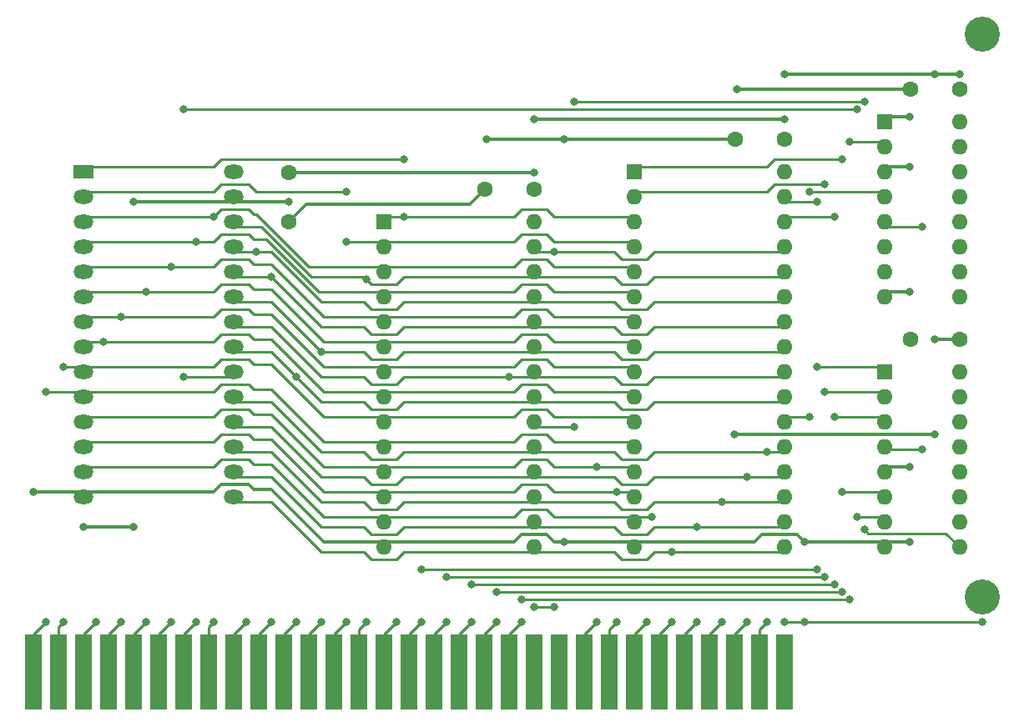
<source format=gbr>
G04 #@! TF.GenerationSoftware,KiCad,Pcbnew,(5.1.8)-1*
G04 #@! TF.CreationDate,2021-11-26T20:45:30-07:00*
G04 #@! TF.ProjectId,512k,3531326b-2e6b-4696-9361-645f70636258,rev?*
G04 #@! TF.SameCoordinates,Original*
G04 #@! TF.FileFunction,Copper,L1,Top*
G04 #@! TF.FilePolarity,Positive*
%FSLAX46Y46*%
G04 Gerber Fmt 4.6, Leading zero omitted, Abs format (unit mm)*
G04 Created by KiCad (PCBNEW (5.1.8)-1) date 2021-11-26 20:45:30*
%MOMM*%
%LPD*%
G01*
G04 APERTURE LIST*
G04 #@! TA.AperFunction,ComponentPad*
%ADD10C,3.556000*%
G04 #@! TD*
G04 #@! TA.AperFunction,ComponentPad*
%ADD11O,1.600000X1.600000*%
G04 #@! TD*
G04 #@! TA.AperFunction,ComponentPad*
%ADD12R,1.600000X1.600000*%
G04 #@! TD*
G04 #@! TA.AperFunction,ComponentPad*
%ADD13C,1.600000*%
G04 #@! TD*
G04 #@! TA.AperFunction,ComponentPad*
%ADD14O,2.000000X1.440000*%
G04 #@! TD*
G04 #@! TA.AperFunction,ComponentPad*
%ADD15R,2.000000X1.440000*%
G04 #@! TD*
G04 #@! TA.AperFunction,ConnectorPad*
%ADD16R,1.780000X7.620000*%
G04 #@! TD*
G04 #@! TA.AperFunction,ViaPad*
%ADD17C,0.800000*%
G04 #@! TD*
G04 #@! TA.AperFunction,Conductor*
%ADD18C,0.330200*%
G04 #@! TD*
G04 #@! TA.AperFunction,Conductor*
%ADD19C,0.250000*%
G04 #@! TD*
G04 APERTURE END LIST*
D10*
G04 #@! TO.P,R,1*
G04 #@! TO.N,/GND*
X181602380Y-122148600D03*
G04 #@! TD*
G04 #@! TO.P,R,1*
G04 #@! TO.N,N/C*
X181602380Y-64998600D03*
G04 #@! TD*
D11*
G04 #@! TO.P,U5,16*
G04 #@! TO.N,/5+*
X179316380Y-99288600D03*
G04 #@! TO.P,U5,8*
G04 #@! TO.N,/GND*
X171696380Y-117068600D03*
G04 #@! TO.P,U5,15*
G04 #@! TO.N,Net-(U5-Pad15)*
X179316380Y-101828600D03*
G04 #@! TO.P,U5,7*
G04 #@! TO.N,/32K_ROM_CS*
X171696380Y-114528600D03*
G04 #@! TO.P,U5,14*
G04 #@! TO.N,Net-(U5-Pad14)*
X179316380Y-104368600D03*
G04 #@! TO.P,U5,6*
G04 #@! TO.N,/A18*
X171696380Y-111988600D03*
G04 #@! TO.P,U5,13*
G04 #@! TO.N,Net-(U5-Pad13)*
X179316380Y-106908600D03*
G04 #@! TO.P,U5,5*
G04 #@! TO.N,/GND*
X171696380Y-109448600D03*
G04 #@! TO.P,U5,12*
G04 #@! TO.N,Net-(U5-Pad12)*
X179316380Y-109448600D03*
G04 #@! TO.P,U5,4*
G04 #@! TO.N,/UPPER_512K*
X171696380Y-106908600D03*
G04 #@! TO.P,U5,11*
G04 #@! TO.N,Net-(U5-Pad11)*
X179316380Y-111988600D03*
G04 #@! TO.P,U5,3*
G04 #@! TO.N,/A17*
X171696380Y-104368600D03*
G04 #@! TO.P,U5,10*
G04 #@! TO.N,Net-(U5-Pad10)*
X179316380Y-114528600D03*
G04 #@! TO.P,U5,2*
G04 #@! TO.N,/A16*
X171696380Y-101828600D03*
G04 #@! TO.P,U5,9*
G04 #@! TO.N,/32K_RAM_CS*
X179316380Y-117068600D03*
D12*
G04 #@! TO.P,U5,1*
G04 #@! TO.N,/A15*
X171696380Y-99288600D03*
G04 #@! TD*
D11*
G04 #@! TO.P,U4,16*
G04 #@! TO.N,/5+*
X179316380Y-73888600D03*
G04 #@! TO.P,U4,8*
G04 #@! TO.N,/GND*
X171696380Y-91668600D03*
G04 #@! TO.P,U4,15*
G04 #@! TO.N,N/C*
X179316380Y-76428600D03*
G04 #@! TO.P,U4,7*
G04 #@! TO.N,Net-(U4-Pad7)*
X171696380Y-89128600D03*
G04 #@! TO.P,U4,14*
G04 #@! TO.N,N/C*
X179316380Y-78968600D03*
G04 #@! TO.P,U4,6*
G04 #@! TO.N,Net-(U4-Pad6)*
X171696380Y-86588600D03*
G04 #@! TO.P,U4,13*
G04 #@! TO.N,N/C*
X179316380Y-81508600D03*
G04 #@! TO.P,U4,5*
G04 #@! TO.N,/UPPER_512K*
X171696380Y-84048600D03*
G04 #@! TO.P,U4,12*
G04 #@! TO.N,N/C*
X179316380Y-84048600D03*
G04 #@! TO.P,U4,4*
G04 #@! TO.N,/512K_CS*
X171696380Y-81508600D03*
G04 #@! TO.P,U4,11*
G04 #@! TO.N,N/C*
X179316380Y-86588600D03*
G04 #@! TO.P,U4,3*
G04 #@! TO.N,/GND*
X171696380Y-78968600D03*
G04 #@! TO.P,U4,10*
G04 #@! TO.N,N/C*
X179316380Y-89128600D03*
G04 #@! TO.P,U4,2*
G04 #@! TO.N,/A19*
X171696380Y-76428600D03*
G04 #@! TO.P,U4,9*
G04 #@! TO.N,N/C*
X179316380Y-91668600D03*
D12*
G04 #@! TO.P,U4,1*
G04 #@! TO.N,/GND*
X171696380Y-73888600D03*
G04 #@! TD*
D13*
G04 #@! TO.P,C5,2*
G04 #@! TO.N,/5+*
X179316380Y-95986600D03*
G04 #@! TO.P,C5,1*
G04 #@! TO.N,/GND*
X174316380Y-95986600D03*
G04 #@! TD*
G04 #@! TO.P,C4,2*
G04 #@! TO.N,/5+*
X179316380Y-70586600D03*
G04 #@! TO.P,C4,1*
G04 #@! TO.N,/GND*
X174316380Y-70586600D03*
G04 #@! TD*
G04 #@! TO.P,C3,2*
G04 #@! TO.N,/5+*
X161536380Y-75666600D03*
G04 #@! TO.P,C3,1*
G04 #@! TO.N,/GND*
X156536380Y-75666600D03*
G04 #@! TD*
G04 #@! TO.P,C2,2*
G04 #@! TO.N,/5+*
X136136380Y-80746600D03*
G04 #@! TO.P,C2,1*
G04 #@! TO.N,/GND*
X131136380Y-80746600D03*
G04 #@! TD*
D14*
G04 #@! TO.P,U2,15*
G04 #@! TO.N,/D3*
X105656380Y-111988600D03*
G04 #@! TO.P,U2,14*
G04 #@! TO.N,/GND*
X90416380Y-111988600D03*
G04 #@! TO.P,U2,16*
G04 #@! TO.N,/D4*
X105656380Y-109448600D03*
G04 #@! TO.P,U2,13*
G04 #@! TO.N,/D2*
X90416380Y-109448600D03*
G04 #@! TO.P,U2,17*
G04 #@! TO.N,/D5*
X105656380Y-106908600D03*
G04 #@! TO.P,U2,12*
G04 #@! TO.N,/D1*
X90416380Y-106908600D03*
G04 #@! TO.P,U2,18*
G04 #@! TO.N,/D6*
X105656380Y-104368600D03*
G04 #@! TO.P,U2,11*
G04 #@! TO.N,/D0*
X90416380Y-104368600D03*
G04 #@! TO.P,U2,19*
G04 #@! TO.N,/D7*
X105656380Y-101828600D03*
G04 #@! TO.P,U2,10*
G04 #@! TO.N,/A0*
X90416380Y-101828600D03*
G04 #@! TO.P,U2,20*
G04 #@! TO.N,/32K_ROM_CS*
X105656380Y-99288600D03*
G04 #@! TO.P,U2,9*
G04 #@! TO.N,/A1*
X90416380Y-99288600D03*
G04 #@! TO.P,U2,21*
G04 #@! TO.N,/A10*
X105656380Y-96748600D03*
G04 #@! TO.P,U2,8*
G04 #@! TO.N,/A2*
X90416380Y-96748600D03*
G04 #@! TO.P,U2,22*
G04 #@! TO.N,/MRD*
X105656380Y-94208600D03*
G04 #@! TO.P,U2,7*
G04 #@! TO.N,/A3*
X90416380Y-94208600D03*
G04 #@! TO.P,U2,23*
G04 #@! TO.N,/A11*
X105656380Y-91668600D03*
G04 #@! TO.P,U2,6*
G04 #@! TO.N,/A4*
X90416380Y-91668600D03*
G04 #@! TO.P,U2,24*
G04 #@! TO.N,/A9*
X105656380Y-89128600D03*
G04 #@! TO.P,U2,5*
G04 #@! TO.N,/A5*
X90416380Y-89128600D03*
G04 #@! TO.P,U2,25*
G04 #@! TO.N,/A8*
X105656380Y-86588600D03*
G04 #@! TO.P,U2,4*
G04 #@! TO.N,/A6*
X90416380Y-86588600D03*
G04 #@! TO.P,U2,26*
G04 #@! TO.N,/A13*
X105656380Y-84048600D03*
G04 #@! TO.P,U2,3*
G04 #@! TO.N,/A7*
X90416380Y-84048600D03*
G04 #@! TO.P,U2,27*
G04 #@! TO.N,/5+*
X105656380Y-81508600D03*
G04 #@! TO.P,U2,2*
G04 #@! TO.N,/A12*
X90416380Y-81508600D03*
G04 #@! TO.P,U2,28*
G04 #@! TO.N,/5+*
X105656380Y-78968600D03*
D15*
G04 #@! TO.P,U2,1*
G04 #@! TO.N,/A14*
X90416380Y-78968600D03*
G04 #@! TD*
D11*
G04 #@! TO.P,U1,28*
G04 #@! TO.N,/5+*
X136136380Y-84048600D03*
G04 #@! TO.P,U1,14*
G04 #@! TO.N,/GND*
X120896380Y-117068600D03*
G04 #@! TO.P,U1,27*
G04 #@! TO.N,/MWR*
X136136380Y-86588600D03*
G04 #@! TO.P,U1,13*
G04 #@! TO.N,/D2*
X120896380Y-114528600D03*
G04 #@! TO.P,U1,26*
G04 #@! TO.N,/A13*
X136136380Y-89128600D03*
G04 #@! TO.P,U1,12*
G04 #@! TO.N,/D1*
X120896380Y-111988600D03*
G04 #@! TO.P,U1,25*
G04 #@! TO.N,/A8*
X136136380Y-91668600D03*
G04 #@! TO.P,U1,11*
G04 #@! TO.N,/D0*
X120896380Y-109448600D03*
G04 #@! TO.P,U1,24*
G04 #@! TO.N,/A9*
X136136380Y-94208600D03*
G04 #@! TO.P,U1,10*
G04 #@! TO.N,/A0*
X120896380Y-106908600D03*
G04 #@! TO.P,U1,23*
G04 #@! TO.N,/A11*
X136136380Y-96748600D03*
G04 #@! TO.P,U1,9*
G04 #@! TO.N,/A1*
X120896380Y-104368600D03*
G04 #@! TO.P,U1,22*
G04 #@! TO.N,/MRD*
X136136380Y-99288600D03*
G04 #@! TO.P,U1,8*
G04 #@! TO.N,/A2*
X120896380Y-101828600D03*
G04 #@! TO.P,U1,21*
G04 #@! TO.N,/A10*
X136136380Y-101828600D03*
G04 #@! TO.P,U1,7*
G04 #@! TO.N,/A3*
X120896380Y-99288600D03*
G04 #@! TO.P,U1,20*
G04 #@! TO.N,/32K_RAM_CS*
X136136380Y-104368600D03*
G04 #@! TO.P,U1,6*
G04 #@! TO.N,/A4*
X120896380Y-96748600D03*
G04 #@! TO.P,U1,19*
G04 #@! TO.N,/D7*
X136136380Y-106908600D03*
G04 #@! TO.P,U1,5*
G04 #@! TO.N,/A5*
X120896380Y-94208600D03*
G04 #@! TO.P,U1,18*
G04 #@! TO.N,/D6*
X136136380Y-109448600D03*
G04 #@! TO.P,U1,4*
G04 #@! TO.N,/A6*
X120896380Y-91668600D03*
G04 #@! TO.P,U1,17*
G04 #@! TO.N,/D5*
X136136380Y-111988600D03*
G04 #@! TO.P,U1,3*
G04 #@! TO.N,/A7*
X120896380Y-89128600D03*
G04 #@! TO.P,U1,16*
G04 #@! TO.N,/D4*
X136136380Y-114528600D03*
G04 #@! TO.P,U1,2*
G04 #@! TO.N,/A12*
X120896380Y-86588600D03*
G04 #@! TO.P,U1,15*
G04 #@! TO.N,/D3*
X136136380Y-117068600D03*
D12*
G04 #@! TO.P,U1,1*
G04 #@! TO.N,/A14*
X120896380Y-84048600D03*
G04 #@! TD*
D16*
G04 #@! TO.P,J9,62*
G04 #@! TO.N,/A0*
X85336380Y-129768600D03*
G04 #@! TO.P,J9,61*
G04 #@! TO.N,/A1*
X87876380Y-129768600D03*
G04 #@! TO.P,J9,60*
G04 #@! TO.N,/A2*
X90416380Y-129768600D03*
G04 #@! TO.P,J9,59*
G04 #@! TO.N,/A3*
X92956380Y-129768600D03*
G04 #@! TO.P,J9,58*
G04 #@! TO.N,/A4*
X95496380Y-129768600D03*
G04 #@! TO.P,J9,57*
G04 #@! TO.N,/A5*
X98036380Y-129768600D03*
G04 #@! TO.P,J9,56*
G04 #@! TO.N,/A6*
X100576380Y-129768600D03*
G04 #@! TO.P,J9,55*
G04 #@! TO.N,/A7*
X103116380Y-129768600D03*
G04 #@! TO.P,J9,54*
G04 #@! TO.N,/A8*
X105656380Y-129768600D03*
G04 #@! TO.P,J9,53*
G04 #@! TO.N,/A9*
X108196380Y-129768600D03*
G04 #@! TO.P,J9,52*
G04 #@! TO.N,/A10*
X110736380Y-129768600D03*
G04 #@! TO.P,J9,51*
G04 #@! TO.N,/A11*
X113276380Y-129768600D03*
G04 #@! TO.P,J9,50*
G04 #@! TO.N,/A12*
X115816380Y-129768600D03*
G04 #@! TO.P,J9,49*
G04 #@! TO.N,/A13*
X118356380Y-129768600D03*
G04 #@! TO.P,J9,48*
G04 #@! TO.N,/A14*
X120896380Y-129768600D03*
G04 #@! TO.P,J9,47*
G04 #@! TO.N,/A15*
X123436380Y-129768600D03*
G04 #@! TO.P,J9,46*
G04 #@! TO.N,/A16*
X125976380Y-129768600D03*
G04 #@! TO.P,J9,45*
G04 #@! TO.N,/A17*
X128516380Y-129768600D03*
G04 #@! TO.P,J9,44*
G04 #@! TO.N,/A18*
X131056380Y-129768600D03*
G04 #@! TO.P,J9,43*
G04 #@! TO.N,/A19*
X133596380Y-129768600D03*
G04 #@! TO.P,J9,42*
G04 #@! TO.N,/AEN*
X136136380Y-129768600D03*
G04 #@! TO.P,J9,41*
G04 #@! TO.N,/RDY1*
X138676380Y-129768600D03*
G04 #@! TO.P,J9,40*
G04 #@! TO.N,/D0*
X141216380Y-129768600D03*
G04 #@! TO.P,J9,39*
G04 #@! TO.N,/D1*
X143756380Y-129768600D03*
G04 #@! TO.P,J9,38*
G04 #@! TO.N,/D2*
X146296380Y-129768600D03*
G04 #@! TO.P,J9,37*
G04 #@! TO.N,/D3*
X148836380Y-129768600D03*
G04 #@! TO.P,J9,36*
G04 #@! TO.N,/D4*
X151376380Y-129768600D03*
G04 #@! TO.P,J9,35*
G04 #@! TO.N,/D5*
X153916380Y-129768600D03*
G04 #@! TO.P,J9,34*
G04 #@! TO.N,/D6*
X156456380Y-129768600D03*
G04 #@! TO.P,J9,33*
G04 #@! TO.N,/D7*
X158996380Y-129768600D03*
G04 #@! TO.P,J9,32*
G04 #@! TO.N,/CH_CK*
X161536380Y-129768600D03*
G04 #@! TD*
D13*
G04 #@! TO.P,C1,2*
G04 #@! TO.N,/5+*
X111244380Y-79048600D03*
G04 #@! TO.P,C1,1*
G04 #@! TO.N,/GND*
X111244380Y-84048600D03*
G04 #@! TD*
D11*
G04 #@! TO.P,U3,32*
G04 #@! TO.N,/5+*
X161536380Y-78968600D03*
G04 #@! TO.P,U3,16*
G04 #@! TO.N,/GND*
X146296380Y-117068600D03*
G04 #@! TO.P,U3,31*
G04 #@! TO.N,/A15*
X161536380Y-81508600D03*
G04 #@! TO.P,U3,15*
G04 #@! TO.N,/D2*
X146296380Y-114528600D03*
G04 #@! TO.P,U3,30*
G04 #@! TO.N,/A17*
X161536380Y-84048600D03*
G04 #@! TO.P,U3,14*
G04 #@! TO.N,/D1*
X146296380Y-111988600D03*
G04 #@! TO.P,U3,29*
G04 #@! TO.N,/MWR*
X161536380Y-86588600D03*
G04 #@! TO.P,U3,13*
G04 #@! TO.N,/D0*
X146296380Y-109448600D03*
G04 #@! TO.P,U3,28*
G04 #@! TO.N,/A13*
X161536380Y-89128600D03*
G04 #@! TO.P,U3,12*
G04 #@! TO.N,/A0*
X146296380Y-106908600D03*
G04 #@! TO.P,U3,27*
G04 #@! TO.N,/A8*
X161536380Y-91668600D03*
G04 #@! TO.P,U3,11*
G04 #@! TO.N,/A1*
X146296380Y-104368600D03*
G04 #@! TO.P,U3,26*
G04 #@! TO.N,/A9*
X161536380Y-94208600D03*
G04 #@! TO.P,U3,10*
G04 #@! TO.N,/A2*
X146296380Y-101828600D03*
G04 #@! TO.P,U3,25*
G04 #@! TO.N,/A11*
X161536380Y-96748600D03*
G04 #@! TO.P,U3,9*
G04 #@! TO.N,/A3*
X146296380Y-99288600D03*
G04 #@! TO.P,U3,24*
G04 #@! TO.N,/MRD*
X161536380Y-99288600D03*
G04 #@! TO.P,U3,8*
G04 #@! TO.N,/A4*
X146296380Y-96748600D03*
G04 #@! TO.P,U3,23*
G04 #@! TO.N,/A10*
X161536380Y-101828600D03*
G04 #@! TO.P,U3,7*
G04 #@! TO.N,/A5*
X146296380Y-94208600D03*
G04 #@! TO.P,U3,22*
G04 #@! TO.N,/512K_CS*
X161536380Y-104368600D03*
G04 #@! TO.P,U3,6*
G04 #@! TO.N,/A6*
X146296380Y-91668600D03*
G04 #@! TO.P,U3,21*
G04 #@! TO.N,/D7*
X161536380Y-106908600D03*
G04 #@! TO.P,U3,5*
G04 #@! TO.N,/A7*
X146296380Y-89128600D03*
G04 #@! TO.P,U3,20*
G04 #@! TO.N,/D6*
X161536380Y-109448600D03*
G04 #@! TO.P,U3,4*
G04 #@! TO.N,/A12*
X146296380Y-86588600D03*
G04 #@! TO.P,U3,19*
G04 #@! TO.N,/D5*
X161536380Y-111988600D03*
G04 #@! TO.P,U3,3*
G04 #@! TO.N,/A14*
X146296380Y-84048600D03*
G04 #@! TO.P,U3,18*
G04 #@! TO.N,/D4*
X161536380Y-114528600D03*
G04 #@! TO.P,U3,2*
G04 #@! TO.N,/A16*
X146296380Y-81508600D03*
G04 #@! TO.P,U3,17*
G04 #@! TO.N,/D3*
X161536380Y-117068600D03*
D12*
G04 #@! TO.P,U3,1*
G04 #@! TO.N,/A18*
X146296380Y-78968600D03*
G04 #@! TD*
D17*
G04 #@! TO.N,/5+*
X161536380Y-69062600D03*
X161536380Y-73634600D03*
X136136380Y-73634600D03*
X136136380Y-79048600D03*
X111244380Y-82016600D03*
X179316380Y-69062600D03*
X176776380Y-69062600D03*
X176776380Y-95986600D03*
X90416380Y-115036600D03*
X95496380Y-115036600D03*
X95496380Y-82016600D03*
X156456380Y-105638600D03*
X176776380Y-105638600D03*
G04 #@! TO.N,/GND*
X85336380Y-111480600D03*
X139184380Y-116560600D03*
X161536380Y-124688600D03*
X163568380Y-124688600D03*
X181602380Y-124688600D03*
X174236380Y-116560600D03*
X174236380Y-108940600D03*
X174236380Y-78460600D03*
X174236380Y-91160600D03*
X131310380Y-75666600D03*
X156710380Y-70586600D03*
X174236380Y-73380600D03*
X139184380Y-75666600D03*
X163568380Y-116560600D03*
G04 #@! TO.N,/D7*
X159758380Y-107416600D03*
X159758380Y-124688608D03*
G04 #@! TO.N,/D6*
X157726380Y-124688600D03*
X157726380Y-109956600D03*
G04 #@! TO.N,/D5*
X155186380Y-124688600D03*
X155186380Y-112496600D03*
G04 #@! TO.N,/D4*
X152646380Y-124688600D03*
X152646380Y-115036600D03*
G04 #@! TO.N,/D3*
X150106380Y-124688600D03*
X150106380Y-117576600D03*
G04 #@! TO.N,/D2*
X147566380Y-124688600D03*
X148074380Y-114020600D03*
G04 #@! TO.N,/D1*
X144518380Y-124688600D03*
X144518380Y-111480600D03*
G04 #@! TO.N,/D0*
X142486380Y-124688600D03*
X142486380Y-108940600D03*
G04 #@! TO.N,/A19*
X134866380Y-124688600D03*
X134866380Y-122402600D03*
X168140380Y-122402600D03*
X168140380Y-75920600D03*
G04 #@! TO.N,/A18*
X132326380Y-124688600D03*
X132326380Y-121640600D03*
X167378380Y-121640600D03*
X167378380Y-111480600D03*
X167378380Y-77698600D03*
G04 #@! TO.N,/A17*
X129786380Y-124688600D03*
X129786380Y-120878600D03*
X166616380Y-120878622D03*
X166616380Y-103860600D03*
X166616380Y-83540600D03*
G04 #@! TO.N,/A16*
X127246380Y-124688600D03*
X127246380Y-120116600D03*
X165600380Y-120116600D03*
X165600380Y-101320600D03*
X165600380Y-80238600D03*
G04 #@! TO.N,/A15*
X124706380Y-124688600D03*
X124706380Y-119354600D03*
X164838380Y-119354600D03*
X164838380Y-98780600D03*
X164838380Y-82016600D03*
G04 #@! TO.N,/A14*
X122166380Y-124688600D03*
X122928380Y-83540600D03*
X122928380Y-77698600D03*
G04 #@! TO.N,/A13*
X119118380Y-124688600D03*
X119118380Y-89890600D03*
G04 #@! TO.N,/A12*
X117086380Y-124688600D03*
X117086380Y-86080600D03*
X117086380Y-81000600D03*
G04 #@! TO.N,/A11*
X114546380Y-124688600D03*
X114546380Y-97256600D03*
G04 #@! TO.N,/A10*
X112006380Y-124688600D03*
X112006380Y-99796600D03*
G04 #@! TO.N,/A9*
X109466380Y-124688600D03*
X109466380Y-89636600D03*
G04 #@! TO.N,/A8*
X106926380Y-124688600D03*
X107942380Y-87096600D03*
G04 #@! TO.N,/A7*
X103624380Y-83540600D03*
X103624380Y-124688600D03*
G04 #@! TO.N,/A6*
X101846380Y-124688600D03*
X101846380Y-86080600D03*
G04 #@! TO.N,/A5*
X99306380Y-124688600D03*
X99306380Y-88620600D03*
G04 #@! TO.N,/A4*
X96766380Y-124688600D03*
X96766380Y-91160600D03*
G04 #@! TO.N,/A3*
X94226380Y-124688600D03*
X94226380Y-93700600D03*
G04 #@! TO.N,/A2*
X91686380Y-124688600D03*
X92448380Y-96240600D03*
G04 #@! TO.N,/A1*
X88384380Y-124688600D03*
X88384380Y-98780600D03*
G04 #@! TO.N,/A0*
X86606380Y-124688600D03*
X86606380Y-101320600D03*
G04 #@! TO.N,/MWR*
X136136380Y-123164600D03*
X138168380Y-123164600D03*
X138168380Y-87096600D03*
G04 #@! TO.N,/MRD*
X133596380Y-99796600D03*
G04 #@! TO.N,/32K_RAM_CS*
X169664380Y-115290600D03*
X140200380Y-104876600D03*
X140200380Y-71856600D03*
X169664380Y-71856600D03*
G04 #@! TO.N,/32K_ROM_CS*
X168902380Y-114020600D03*
X168902380Y-72618600D03*
X100576380Y-99796600D03*
X100576380Y-72618600D03*
G04 #@! TO.N,/512K_CS*
X164076380Y-103860600D03*
X164076380Y-81000600D03*
G04 #@! TO.N,/UPPER_512K*
X175506380Y-84556600D03*
X175506380Y-107162600D03*
G04 #@! TD*
D18*
G04 #@! TO.N,/5+*
X161536380Y-69062600D02*
X161536380Y-69062600D01*
X161536380Y-69062600D02*
X176776380Y-69062600D01*
X161536380Y-73634600D02*
X161536380Y-73634600D01*
X136136380Y-73634600D02*
X136136380Y-73634600D01*
X111244380Y-79048600D02*
X136136380Y-79048600D01*
X136136380Y-73634600D02*
X161536380Y-73634600D01*
X136136380Y-79048600D02*
X136136380Y-79048600D01*
X106164380Y-82016600D02*
X105656380Y-81508600D01*
X111244380Y-82016600D02*
X106164380Y-82016600D01*
X179316380Y-69062600D02*
X179316380Y-69062600D01*
X176776380Y-69062600D02*
X179316380Y-69062600D01*
X179316380Y-95986600D02*
X176776380Y-95986600D01*
X90416380Y-115036600D02*
X95496380Y-115036600D01*
X95496380Y-115036600D02*
X95496380Y-115036600D01*
X105148380Y-82016600D02*
X105656380Y-81508600D01*
X95496380Y-82016600D02*
X105148380Y-82016600D01*
X156456380Y-105638600D02*
X176776380Y-105638600D01*
G04 #@! TO.N,/GND*
X90924380Y-111480600D02*
X103624380Y-111480600D01*
X103624380Y-111480600D02*
X104386380Y-110718600D01*
X114800380Y-116560600D02*
X120388380Y-116560600D01*
X107180380Y-110718600D02*
X107688380Y-111226600D01*
X90416380Y-111988600D02*
X90924380Y-111480600D01*
X104386380Y-110718600D02*
X107180380Y-110718600D01*
X120388380Y-116560600D02*
X120896380Y-117068600D01*
X145788380Y-116560600D02*
X146296380Y-117068600D01*
X109466380Y-111226600D02*
X114800380Y-116560600D01*
X107688380Y-111226600D02*
X109466380Y-111226600D01*
X121404380Y-116560600D02*
X134104380Y-116560600D01*
X120896380Y-117068600D02*
X121404380Y-116560600D01*
X138168380Y-116560600D02*
X145788380Y-116560600D01*
X134104380Y-116560600D02*
X134866380Y-115798600D01*
X137406380Y-115798600D02*
X138168380Y-116560600D01*
X134866380Y-115798600D02*
X137406380Y-115798600D01*
X89908380Y-111480600D02*
X90416380Y-111988600D01*
X85336380Y-111480600D02*
X89908380Y-111480600D01*
X171188380Y-116560600D02*
X171696380Y-117068600D01*
X159250380Y-115798600D02*
X162806380Y-115798600D01*
X162806380Y-115798600D02*
X163568380Y-116560600D01*
X158488380Y-116560600D02*
X159250380Y-115798600D01*
X146804380Y-116560600D02*
X158488380Y-116560600D01*
X163568380Y-116560600D02*
X163568380Y-116560600D01*
X146296380Y-117068600D02*
X146804380Y-116560600D01*
D19*
X161536380Y-124688600D02*
X163568380Y-124688600D01*
X163568380Y-124688600D02*
X181602380Y-124688600D01*
X181602380Y-124688600D02*
X181602380Y-124688600D01*
D18*
X172204380Y-116560600D02*
X171696380Y-117068600D01*
X174236380Y-116560600D02*
X172204380Y-116560600D01*
X172204380Y-108940600D02*
X171696380Y-109448600D01*
X174236380Y-108940600D02*
X172204380Y-108940600D01*
X172204380Y-91160600D02*
X171696380Y-91668600D01*
X174236380Y-91160600D02*
X172204380Y-91160600D01*
X172204380Y-78460600D02*
X171696380Y-78968600D01*
X174236380Y-78460600D02*
X172204380Y-78460600D01*
X129612380Y-82270600D02*
X131136380Y-80746600D01*
X113022380Y-82270600D02*
X129612380Y-82270600D01*
X111244380Y-84048600D02*
X113022380Y-82270600D01*
X156536380Y-75666600D02*
X131310380Y-75666600D01*
X131310380Y-75666600D02*
X131310380Y-75666600D01*
X174316380Y-70586600D02*
X156710380Y-70586600D01*
X156710380Y-70586600D02*
X156710380Y-70586600D01*
X172204380Y-73380600D02*
X171696380Y-73888600D01*
X174236380Y-73380600D02*
X172204380Y-73380600D01*
X163568380Y-116560600D02*
X171188380Y-116560600D01*
D19*
G04 #@! TO.N,/D7*
X144264380Y-107416600D02*
X136644380Y-107416600D01*
X145026380Y-108178600D02*
X144264380Y-107416600D01*
X136644380Y-107416600D02*
X136136380Y-106908600D01*
X161028380Y-107416600D02*
X148328380Y-107416600D01*
X161536380Y-106908600D02*
X161028380Y-107416600D01*
X148328380Y-107416600D02*
X147566380Y-108178600D01*
X147566380Y-108178600D02*
X145026380Y-108178600D01*
X109466380Y-102336600D02*
X106164380Y-102336600D01*
X114546380Y-107416600D02*
X109466380Y-102336600D01*
X118864380Y-107416600D02*
X114546380Y-107416600D01*
X119626380Y-108178600D02*
X118864380Y-107416600D01*
X106164380Y-102336600D02*
X105656380Y-101828600D01*
X122166380Y-108178600D02*
X119626380Y-108178600D01*
X122928380Y-107416600D02*
X122166380Y-108178600D01*
X135628380Y-107416600D02*
X122928380Y-107416600D01*
X136136380Y-106908600D02*
X135628380Y-107416600D01*
X158996380Y-129768600D02*
X158996380Y-125450608D01*
X158996380Y-125450608D02*
X159758380Y-124688608D01*
G04 #@! TO.N,/D6*
X144264380Y-109956600D02*
X136644380Y-109956600D01*
X161536380Y-109448600D02*
X161028380Y-109956600D01*
X136644380Y-109956600D02*
X136136380Y-109448600D01*
X147566380Y-110718600D02*
X145026380Y-110718600D01*
X148328380Y-109956600D02*
X147566380Y-110718600D01*
X161028380Y-109956600D02*
X148328380Y-109956600D01*
X145026380Y-110718600D02*
X144264380Y-109956600D01*
X106164380Y-104876600D02*
X105656380Y-104368600D01*
X109466380Y-104876600D02*
X106164380Y-104876600D01*
X118864380Y-109956600D02*
X114546380Y-109956600D01*
X114546380Y-109956600D02*
X109466380Y-104876600D01*
X119626380Y-110718600D02*
X118864380Y-109956600D01*
X122166380Y-110718600D02*
X119626380Y-110718600D01*
X135628380Y-109956600D02*
X122928380Y-109956600D01*
X122928380Y-109956600D02*
X122166380Y-110718600D01*
X136136380Y-109448600D02*
X135628380Y-109956600D01*
X156456380Y-125958600D02*
X157726380Y-124688600D01*
X156456380Y-129768600D02*
X156456380Y-125958600D01*
G04 #@! TO.N,/D5*
X144264380Y-112496600D02*
X136644380Y-112496600D01*
X147566380Y-113258600D02*
X145026380Y-113258600D01*
X136644380Y-112496600D02*
X136136380Y-111988600D01*
X145026380Y-113258600D02*
X144264380Y-112496600D01*
X161028380Y-112496600D02*
X148328380Y-112496600D01*
X148328380Y-112496600D02*
X147566380Y-113258600D01*
X161536380Y-111988600D02*
X161028380Y-112496600D01*
X106164380Y-107416600D02*
X105656380Y-106908600D01*
X109466380Y-107416600D02*
X106164380Y-107416600D01*
X114546380Y-112496600D02*
X109466380Y-107416600D01*
X118864380Y-112496600D02*
X114546380Y-112496600D01*
X119626380Y-113258600D02*
X118864380Y-112496600D01*
X122166380Y-113258600D02*
X119626380Y-113258600D01*
X122928380Y-112496600D02*
X122166380Y-113258600D01*
X135628380Y-112496600D02*
X122928380Y-112496600D01*
X136136380Y-111988600D02*
X135628380Y-112496600D01*
X153916380Y-125958600D02*
X155186380Y-124688600D01*
X153916380Y-129768600D02*
X153916380Y-125958600D01*
G04 #@! TO.N,/D4*
X148328380Y-115036600D02*
X147566380Y-115798600D01*
X144264380Y-115036600D02*
X136644380Y-115036600D01*
X161536380Y-114528600D02*
X161028380Y-115036600D01*
X147566380Y-115798600D02*
X145026380Y-115798600D01*
X161028380Y-115036600D02*
X148328380Y-115036600D01*
X136644380Y-115036600D02*
X136136380Y-114528600D01*
X145026380Y-115798600D02*
X144264380Y-115036600D01*
X118864380Y-115036600D02*
X114546380Y-115036600D01*
X119626380Y-115798600D02*
X118864380Y-115036600D01*
X109466380Y-109956600D02*
X106164380Y-109956600D01*
X122166380Y-115798600D02*
X119626380Y-115798600D01*
X114546380Y-115036600D02*
X109466380Y-109956600D01*
X122928380Y-115036600D02*
X122166380Y-115798600D01*
X106164380Y-109956600D02*
X105656380Y-109448600D01*
X135628380Y-115036600D02*
X122928380Y-115036600D01*
X136136380Y-114528600D02*
X135628380Y-115036600D01*
X151376380Y-125958600D02*
X152646380Y-124688600D01*
X151376380Y-129768600D02*
X151376380Y-125958600D01*
G04 #@! TO.N,/D3*
X148328380Y-117576600D02*
X147566380Y-118338600D01*
X144264380Y-117576600D02*
X136644380Y-117576600D01*
X161536380Y-117068600D02*
X161028380Y-117576600D01*
X147566380Y-118338600D02*
X145026380Y-118338600D01*
X161028380Y-117576600D02*
X148328380Y-117576600D01*
X145026380Y-118338600D02*
X144264380Y-117576600D01*
X136644380Y-117576600D02*
X136136380Y-117068600D01*
X114546380Y-117576600D02*
X109466380Y-112496600D01*
X106164380Y-112496600D02*
X105656380Y-111988600D01*
X118864380Y-117576600D02*
X114546380Y-117576600D01*
X119626380Y-118338600D02*
X118864380Y-117576600D01*
X122166380Y-118338600D02*
X119626380Y-118338600D01*
X122928380Y-117576600D02*
X122166380Y-118338600D01*
X109466380Y-112496600D02*
X106164380Y-112496600D01*
X135628380Y-117576600D02*
X122928380Y-117576600D01*
X136136380Y-117068600D02*
X135628380Y-117576600D01*
X148836380Y-129768600D02*
X148836380Y-125958600D01*
X148836380Y-125958600D02*
X150106380Y-124688600D01*
G04 #@! TO.N,/D2*
X90924380Y-108940600D02*
X103624380Y-108940600D01*
X103624380Y-108940600D02*
X104386380Y-108178600D01*
X114800380Y-114020600D02*
X120388380Y-114020600D01*
X107688380Y-108686600D02*
X109466380Y-108686600D01*
X134104380Y-114020600D02*
X134866380Y-113258600D01*
X90416380Y-109448600D02*
X90924380Y-108940600D01*
X109466380Y-108686600D02*
X114800380Y-114020600D01*
X134866380Y-113258600D02*
X137406380Y-113258600D01*
X121404380Y-114020600D02*
X134104380Y-114020600D01*
X120896380Y-114528600D02*
X121404380Y-114020600D01*
X145788380Y-114020600D02*
X146296380Y-114528600D01*
X104386380Y-108178600D02*
X107180380Y-108178600D01*
X137406380Y-113258600D02*
X138168380Y-114020600D01*
X107180380Y-108178600D02*
X107688380Y-108686600D01*
X120388380Y-114020600D02*
X120896380Y-114528600D01*
X138168380Y-114020600D02*
X145788380Y-114020600D01*
X146296380Y-125958600D02*
X147566380Y-124688600D01*
X146296380Y-129768600D02*
X146296380Y-125958600D01*
X146804380Y-114020600D02*
X146296380Y-114528600D01*
X148074380Y-114020600D02*
X146804380Y-114020600D01*
G04 #@! TO.N,/D1*
X114800380Y-111480600D02*
X120388380Y-111480600D01*
X134866380Y-110718600D02*
X137406380Y-110718600D01*
X120388380Y-111480600D02*
X120896380Y-111988600D01*
X107180380Y-105638600D02*
X107688380Y-106146600D01*
X145788380Y-111480600D02*
X146296380Y-111988600D01*
X107688380Y-106146600D02*
X109466380Y-106146600D01*
X120896380Y-111988600D02*
X121404380Y-111480600D01*
X134104380Y-111480600D02*
X134866380Y-110718600D01*
X121404380Y-111480600D02*
X134104380Y-111480600D01*
X90416380Y-106908600D02*
X90924380Y-106400600D01*
X109466380Y-106146600D02*
X114800380Y-111480600D01*
X90924380Y-106400600D02*
X103624380Y-106400600D01*
X104386380Y-105638600D02*
X107180380Y-105638600D01*
X103624380Y-106400600D02*
X104386380Y-105638600D01*
X137406380Y-110718600D02*
X138168380Y-111480600D01*
X138168380Y-111480600D02*
X145788380Y-111480600D01*
X143756380Y-129768600D02*
X143756380Y-125450600D01*
X143756380Y-125450600D02*
X144518380Y-124688600D01*
G04 #@! TO.N,/D0*
X121404380Y-108940600D02*
X134104380Y-108940600D01*
X109466380Y-103606600D02*
X114800380Y-108940600D01*
X138168380Y-108940600D02*
X145788380Y-108940600D01*
X107688380Y-103606600D02*
X109466380Y-103606600D01*
X90924380Y-103860600D02*
X103624380Y-103860600D01*
X107180380Y-103098600D02*
X107688380Y-103606600D01*
X114800380Y-108940600D02*
X120388380Y-108940600D01*
X103624380Y-103860600D02*
X104386380Y-103098600D01*
X134104380Y-108940600D02*
X134866380Y-108178600D01*
X145788380Y-108940600D02*
X146296380Y-109448600D01*
X90416380Y-104368600D02*
X90924380Y-103860600D01*
X104386380Y-103098600D02*
X107180380Y-103098600D01*
X120896380Y-109448600D02*
X121404380Y-108940600D01*
X137406380Y-108178600D02*
X138168380Y-108940600D01*
X134866380Y-108178600D02*
X137406380Y-108178600D01*
X120388380Y-108940600D02*
X120896380Y-109448600D01*
X141216380Y-129768600D02*
X141216380Y-125958600D01*
X141216380Y-125958600D02*
X142486380Y-124688600D01*
G04 #@! TO.N,/A19*
X133596380Y-129768600D02*
X133596380Y-125958600D01*
X133596380Y-125958600D02*
X134866380Y-124688600D01*
X134866380Y-124688600D02*
X134866380Y-124688600D01*
X134866380Y-122402600D02*
X168140380Y-122402600D01*
X168140380Y-122402600D02*
X168140380Y-122402600D01*
X171188380Y-75920600D02*
X171696380Y-76428600D01*
X168140380Y-75920600D02*
X171188380Y-75920600D01*
G04 #@! TO.N,/A18*
X131056380Y-129768600D02*
X131056380Y-125958600D01*
X131056380Y-125958600D02*
X132326380Y-124688600D01*
X132326380Y-124688600D02*
X132326380Y-124688600D01*
X132326380Y-121640600D02*
X167378380Y-121640600D01*
X167378380Y-121640600D02*
X167378380Y-121640600D01*
X171188380Y-111480600D02*
X171696380Y-111988600D01*
X167378380Y-111480600D02*
X171188380Y-111480600D01*
X146804380Y-78460600D02*
X146296380Y-78968600D01*
X159758380Y-78460600D02*
X146804380Y-78460600D01*
X160520380Y-77698600D02*
X159758380Y-78460600D01*
X167378380Y-77698600D02*
X167378380Y-77698600D01*
X167378380Y-77698600D02*
X160520380Y-77698600D01*
G04 #@! TO.N,/A17*
X128516380Y-125958600D02*
X129786380Y-124688600D01*
X129786380Y-124688600D02*
X129786380Y-124688600D01*
X128516380Y-129768600D02*
X128516380Y-125958600D01*
X166616358Y-120878600D02*
X166616380Y-120878622D01*
X129786380Y-120878600D02*
X166616358Y-120878600D01*
X171188380Y-103860600D02*
X171696380Y-104368600D01*
X166616380Y-103860600D02*
X171188380Y-103860600D01*
X162044380Y-83540600D02*
X161536380Y-84048600D01*
X166616380Y-83540600D02*
X162044380Y-83540600D01*
G04 #@! TO.N,/A16*
X125976380Y-129768600D02*
X125976380Y-125958600D01*
X127246380Y-124688600D02*
X127246380Y-124688600D01*
X125976380Y-125958600D02*
X127246380Y-124688600D01*
X127246380Y-120116600D02*
X165600380Y-120116600D01*
X165600380Y-120116600D02*
X165600380Y-120116600D01*
X171188380Y-101320600D02*
X171696380Y-101828600D01*
X165600380Y-101320600D02*
X171188380Y-101320600D01*
X146804380Y-81000600D02*
X146296380Y-81508600D01*
X159758380Y-81000600D02*
X146804380Y-81000600D01*
X160520380Y-80238600D02*
X159758380Y-81000600D01*
X165600380Y-80238600D02*
X160520380Y-80238600D01*
G04 #@! TO.N,/A15*
X123436380Y-125958600D02*
X124706380Y-124688600D01*
X124706380Y-124688600D02*
X124706380Y-124688600D01*
X123436380Y-129768600D02*
X123436380Y-125958600D01*
X124706380Y-119354600D02*
X164838380Y-119354600D01*
X171188380Y-98780600D02*
X171696380Y-99288600D01*
X164838380Y-98780600D02*
X171188380Y-98780600D01*
X162044380Y-82016600D02*
X161536380Y-81508600D01*
X164838380Y-82016600D02*
X162044380Y-82016600D01*
G04 #@! TO.N,/A14*
X134104380Y-83540600D02*
X134866380Y-82778600D01*
X134866380Y-82778600D02*
X137406380Y-82778600D01*
X145788380Y-83540600D02*
X146296380Y-84048600D01*
X121404380Y-83540600D02*
X134104380Y-83540600D01*
X137406380Y-82778600D02*
X138168380Y-83540600D01*
X120896380Y-84048600D02*
X121404380Y-83540600D01*
X138168380Y-83540600D02*
X145788380Y-83540600D01*
X90924380Y-78460600D02*
X90416380Y-78968600D01*
X103624380Y-78460600D02*
X90924380Y-78460600D01*
X107180380Y-77698600D02*
X104386380Y-77698600D01*
X104386380Y-77698600D02*
X103624380Y-78460600D01*
X120896380Y-129768600D02*
X120896380Y-125958600D01*
X120896380Y-125958600D02*
X122166380Y-124688600D01*
X122166380Y-124688600D02*
X122166380Y-124688600D01*
X107180380Y-77698600D02*
X122674380Y-77698600D01*
X122674380Y-77698600D02*
X122928380Y-77698600D01*
X122928380Y-77698600D02*
X122928380Y-77698600D01*
G04 #@! TO.N,/A13*
X144264380Y-89636600D02*
X136644380Y-89636600D01*
X145026380Y-90398600D02*
X144264380Y-89636600D01*
X161536380Y-89128600D02*
X161028380Y-89636600D01*
X147566380Y-90398600D02*
X145026380Y-90398600D01*
X136644380Y-89636600D02*
X136136380Y-89128600D01*
X148328380Y-89636600D02*
X147566380Y-90398600D01*
X161028380Y-89636600D02*
X148328380Y-89636600D01*
X118356380Y-129768600D02*
X118356380Y-125450600D01*
X118356380Y-125450600D02*
X119118380Y-124688600D01*
X106164380Y-84556600D02*
X105656380Y-84048600D01*
X108450380Y-84556600D02*
X106164380Y-84556600D01*
X113530380Y-89636600D02*
X108450380Y-84556600D01*
X119626380Y-90398600D02*
X119118380Y-89890600D01*
X122166380Y-90398600D02*
X119626380Y-90398600D01*
X122928380Y-89636600D02*
X122166380Y-90398600D01*
X135628380Y-89636600D02*
X122928380Y-89636600D01*
X118864380Y-89636600D02*
X113530380Y-89636600D01*
X136136380Y-89128600D02*
X135628380Y-89636600D01*
X119118380Y-89890600D02*
X118864380Y-89636600D01*
G04 #@! TO.N,/A12*
X145788380Y-86080600D02*
X146296380Y-86588600D01*
X138168380Y-86080600D02*
X145788380Y-86080600D01*
X137406380Y-85318600D02*
X138168380Y-86080600D01*
X134866380Y-85318600D02*
X137406380Y-85318600D01*
X134104380Y-86080600D02*
X134866380Y-85318600D01*
X121404380Y-86080600D02*
X134104380Y-86080600D01*
X120896380Y-86588600D02*
X121404380Y-86080600D01*
X115816380Y-125958600D02*
X117086380Y-124688600D01*
X115816380Y-129768600D02*
X115816380Y-125958600D01*
X117086380Y-124688600D02*
X117086380Y-124688600D01*
X120388380Y-86080600D02*
X120896380Y-86588600D01*
X117086380Y-86080600D02*
X120388380Y-86080600D01*
X107942380Y-81000600D02*
X117086380Y-81000600D01*
X107180380Y-80238600D02*
X107942380Y-81000600D01*
X104386380Y-80238600D02*
X107180380Y-80238600D01*
X103624380Y-81000600D02*
X104386380Y-80238600D01*
X90924380Y-81000600D02*
X103624380Y-81000600D01*
X90416380Y-81508600D02*
X90924380Y-81000600D01*
X117086380Y-81000600D02*
X117086380Y-81000600D01*
G04 #@! TO.N,/A11*
X122928380Y-97256600D02*
X122166380Y-98018600D01*
X145026380Y-98018600D02*
X144264380Y-97256600D01*
X161536380Y-96748600D02*
X161028380Y-97256600D01*
X144264380Y-97256600D02*
X136644380Y-97256600D01*
X135628380Y-97256600D02*
X122928380Y-97256600D01*
X136644380Y-97256600D02*
X136136380Y-96748600D01*
X148328380Y-97256600D02*
X147566380Y-98018600D01*
X147566380Y-98018600D02*
X145026380Y-98018600D01*
X161028380Y-97256600D02*
X148328380Y-97256600D01*
X136136380Y-96748600D02*
X135628380Y-97256600D01*
X113276380Y-125958600D02*
X114546380Y-124688600D01*
X114546380Y-124688600D02*
X114546380Y-124688600D01*
X113276380Y-129768600D02*
X113276380Y-125958600D01*
X122166380Y-98018600D02*
X119626380Y-98018600D01*
X118864380Y-97256600D02*
X114546380Y-97256600D01*
X119626380Y-98018600D02*
X118864380Y-97256600D01*
X106164380Y-92176600D02*
X105656380Y-91668600D01*
X109466380Y-92176600D02*
X106164380Y-92176600D01*
X114546380Y-97256600D02*
X109466380Y-92176600D01*
G04 #@! TO.N,/A10*
X144264380Y-102336600D02*
X136644380Y-102336600D01*
X148328380Y-102336600D02*
X147566380Y-103098600D01*
X161028380Y-102336600D02*
X148328380Y-102336600D01*
X147566380Y-103098600D02*
X145026380Y-103098600D01*
X136644380Y-102336600D02*
X136136380Y-101828600D01*
X145026380Y-103098600D02*
X144264380Y-102336600D01*
X161536380Y-101828600D02*
X161028380Y-102336600D01*
X110736380Y-125958600D02*
X112006380Y-124688600D01*
X110736380Y-129768600D02*
X110736380Y-125958600D01*
X112006380Y-124688600D02*
X112006380Y-124688600D01*
X106164380Y-97256600D02*
X105656380Y-96748600D01*
X109466380Y-97256600D02*
X106164380Y-97256600D01*
X114546380Y-102336600D02*
X109466380Y-97256600D01*
X119626380Y-103098600D02*
X118864380Y-102336600D01*
X122928380Y-102336600D02*
X122166380Y-103098600D01*
X118864380Y-102336600D02*
X114546380Y-102336600D01*
X135628380Y-102336600D02*
X122928380Y-102336600D01*
X122166380Y-103098600D02*
X119626380Y-103098600D01*
X136136380Y-101828600D02*
X135628380Y-102336600D01*
G04 #@! TO.N,/A9*
X147566380Y-95478600D02*
X145026380Y-95478600D01*
X161028380Y-94716600D02*
X148328380Y-94716600D01*
X161536380Y-94208600D02*
X161028380Y-94716600D01*
X145026380Y-95478600D02*
X144264380Y-94716600D01*
X148328380Y-94716600D02*
X147566380Y-95478600D01*
X136644380Y-94716600D02*
X136136380Y-94208600D01*
X144264380Y-94716600D02*
X136644380Y-94716600D01*
X106164380Y-89636600D02*
X105656380Y-89128600D01*
X136136380Y-94208600D02*
X135628380Y-94716600D01*
X135628380Y-94716600D02*
X122928380Y-94716600D01*
X109466380Y-89636600D02*
X106164380Y-89636600D01*
X122928380Y-94716600D02*
X122166380Y-95478600D01*
X108196380Y-125958600D02*
X109466380Y-124688600D01*
X108196380Y-129768600D02*
X108196380Y-125958600D01*
X109466380Y-124688600D02*
X109466380Y-124688600D01*
X119626380Y-95478600D02*
X118864380Y-94716600D01*
X122166380Y-95478600D02*
X119626380Y-95478600D01*
X118864380Y-94716600D02*
X114546380Y-94716600D01*
X114546380Y-94716600D02*
X109466380Y-89636600D01*
G04 #@! TO.N,/A8*
X148328380Y-92176600D02*
X147566380Y-92938600D01*
X145026380Y-92938600D02*
X144264380Y-92176600D01*
X161536380Y-91668600D02*
X161028380Y-92176600D01*
X147566380Y-92938600D02*
X145026380Y-92938600D01*
X161028380Y-92176600D02*
X148328380Y-92176600D01*
X136644380Y-92176600D02*
X136136380Y-91668600D01*
X144264380Y-92176600D02*
X136644380Y-92176600D01*
X105656380Y-129768600D02*
X105656380Y-125958600D01*
X105656380Y-125958600D02*
X106926380Y-124688600D01*
X106926380Y-124688600D02*
X106926380Y-124688600D01*
X106164380Y-87096600D02*
X105656380Y-86588600D01*
X109466380Y-87096600D02*
X106164380Y-87096600D01*
X114546380Y-92176600D02*
X109466380Y-87096600D01*
X118864380Y-92176600D02*
X114546380Y-92176600D01*
X119626380Y-92938600D02*
X118864380Y-92176600D01*
X122166380Y-92938600D02*
X119626380Y-92938600D01*
X122928380Y-92176600D02*
X122166380Y-92938600D01*
X135628380Y-92176600D02*
X122928380Y-92176600D01*
X136136380Y-91668600D02*
X135628380Y-92176600D01*
G04 #@! TO.N,/A7*
X138168380Y-88620600D02*
X145788380Y-88620600D01*
X134866380Y-87858600D02*
X137406380Y-87858600D01*
X145788380Y-88620600D02*
X146296380Y-89128600D01*
X120896380Y-89128600D02*
X121404380Y-88620600D01*
X121404380Y-88620600D02*
X134104380Y-88620600D01*
X137406380Y-87858600D02*
X138168380Y-88620600D01*
X134104380Y-88620600D02*
X134866380Y-87858600D01*
X120388380Y-88620600D02*
X120896380Y-89128600D01*
X113276380Y-88620600D02*
X120388380Y-88620600D01*
X107942380Y-83286600D02*
X113276380Y-88620600D01*
X107688380Y-83286600D02*
X107942380Y-83286600D01*
X107180380Y-82778600D02*
X107688380Y-83286600D01*
X104386380Y-82778600D02*
X107180380Y-82778600D01*
X103624380Y-83540600D02*
X104386380Y-82778600D01*
X90924380Y-83540600D02*
X103624380Y-83540600D01*
X90416380Y-84048600D02*
X90924380Y-83540600D01*
X103116380Y-125196600D02*
X103624380Y-124688600D01*
X103116380Y-129768600D02*
X103116380Y-125196600D01*
G04 #@! TO.N,/A6*
X138168380Y-91160600D02*
X145788380Y-91160600D01*
X137406380Y-90398600D02*
X138168380Y-91160600D01*
X120896380Y-91668600D02*
X121404380Y-91160600D01*
X134866380Y-90398600D02*
X137406380Y-90398600D01*
X145788380Y-91160600D02*
X146296380Y-91668600D01*
X134104380Y-91160600D02*
X134866380Y-90398600D01*
X121404380Y-91160600D02*
X134104380Y-91160600D01*
X120388380Y-91160600D02*
X120896380Y-91668600D01*
X114292380Y-91160600D02*
X120388380Y-91160600D01*
X107688380Y-85826600D02*
X108958380Y-85826600D01*
X107180380Y-85318600D02*
X107688380Y-85826600D01*
X104386380Y-85318600D02*
X107180380Y-85318600D01*
X103624380Y-86080600D02*
X104386380Y-85318600D01*
X108958380Y-85826600D02*
X114292380Y-91160600D01*
X90924380Y-86080600D02*
X101846380Y-86080600D01*
X90416380Y-86588600D02*
X90924380Y-86080600D01*
X100576380Y-129768600D02*
X100576380Y-125958600D01*
X101846380Y-124688600D02*
X101846380Y-124688600D01*
X100576380Y-125958600D02*
X101846380Y-124688600D01*
X101846380Y-86080600D02*
X103624380Y-86080600D01*
G04 #@! TO.N,/A5*
X114800380Y-93700600D02*
X120388380Y-93700600D01*
X104386380Y-87858600D02*
X107180380Y-87858600D01*
X90924380Y-88620600D02*
X99306380Y-88620600D01*
X107180380Y-87858600D02*
X107688380Y-88366600D01*
X120388380Y-93700600D02*
X120896380Y-94208600D01*
X103624380Y-88620600D02*
X104386380Y-87858600D01*
X109466380Y-88366600D02*
X114800380Y-93700600D01*
X107688380Y-88366600D02*
X109466380Y-88366600D01*
X90416380Y-89128600D02*
X90924380Y-88620600D01*
X138168380Y-93700600D02*
X145788380Y-93700600D01*
X134866380Y-92938600D02*
X137406380Y-92938600D01*
X145788380Y-93700600D02*
X146296380Y-94208600D01*
X120896380Y-94208600D02*
X121404380Y-93700600D01*
X121404380Y-93700600D02*
X134104380Y-93700600D01*
X137406380Y-92938600D02*
X138168380Y-93700600D01*
X134104380Y-93700600D02*
X134866380Y-92938600D01*
X99306380Y-124688600D02*
X99306380Y-124688600D01*
X98036380Y-125958600D02*
X99306380Y-124688600D01*
X98036380Y-129768600D02*
X98036380Y-125958600D01*
X99306380Y-88620600D02*
X103624380Y-88620600D01*
G04 #@! TO.N,/A4*
X103624380Y-91160600D02*
X104386380Y-90398600D01*
X121404380Y-96240600D02*
X134104380Y-96240600D01*
X109466380Y-90906600D02*
X114800380Y-96240600D01*
X134866380Y-95478600D02*
X137406380Y-95478600D01*
X134104380Y-96240600D02*
X134866380Y-95478600D01*
X120896380Y-96748600D02*
X121404380Y-96240600D01*
X104386380Y-90398600D02*
X107180380Y-90398600D01*
X107180380Y-90398600D02*
X107688380Y-90906600D01*
X120388380Y-96240600D02*
X120896380Y-96748600D01*
X90416380Y-91668600D02*
X90924380Y-91160600D01*
X145788380Y-96240600D02*
X146296380Y-96748600D01*
X138168380Y-96240600D02*
X145788380Y-96240600D01*
X107688380Y-90906600D02*
X109466380Y-90906600D01*
X90924380Y-91160600D02*
X96766380Y-91160600D01*
X137406380Y-95478600D02*
X138168380Y-96240600D01*
X114800380Y-96240600D02*
X120388380Y-96240600D01*
X95496380Y-129768600D02*
X95496380Y-125958600D01*
X96766380Y-124688600D02*
X96766380Y-124688600D01*
X95496380Y-125958600D02*
X96766380Y-124688600D01*
X96766380Y-91160600D02*
X103624380Y-91160600D01*
G04 #@! TO.N,/A3*
X103624380Y-93700600D02*
X104386380Y-92938600D01*
X121404380Y-98780600D02*
X134104380Y-98780600D01*
X134866380Y-98018600D02*
X137406380Y-98018600D01*
X134104380Y-98780600D02*
X134866380Y-98018600D01*
X104386380Y-92938600D02*
X107180380Y-92938600D01*
X120388380Y-98780600D02*
X120896380Y-99288600D01*
X120896380Y-99288600D02*
X121404380Y-98780600D01*
X90416380Y-94208600D02*
X90924380Y-93700600D01*
X107180380Y-92938600D02*
X107688380Y-93446600D01*
X145788380Y-98780600D02*
X146296380Y-99288600D01*
X138168380Y-98780600D02*
X145788380Y-98780600D01*
X107688380Y-93446600D02*
X109466380Y-93446600D01*
X90924380Y-93700600D02*
X94226380Y-93700600D01*
X137406380Y-98018600D02*
X138168380Y-98780600D01*
X109466380Y-93446600D02*
X114800380Y-98780600D01*
X114800380Y-98780600D02*
X120388380Y-98780600D01*
X92956380Y-125958600D02*
X94226380Y-124688600D01*
X94226380Y-124688600D02*
X94226380Y-124688600D01*
X92956380Y-129768600D02*
X92956380Y-125958600D01*
X94226380Y-93700600D02*
X103624380Y-93700600D01*
G04 #@! TO.N,/A2*
X90416380Y-96748600D02*
X90924380Y-96240600D01*
X138168380Y-101320600D02*
X145788380Y-101320600D01*
X137406380Y-100558600D02*
X138168380Y-101320600D01*
X90924380Y-96240600D02*
X103624380Y-96240600D01*
X120388380Y-101320600D02*
X120896380Y-101828600D01*
X107688380Y-95986600D02*
X109466380Y-95986600D01*
X104386380Y-95478600D02*
X107180380Y-95478600D01*
X145788380Y-101320600D02*
X146296380Y-101828600D01*
X134104380Y-101320600D02*
X134866380Y-100558600D01*
X120896380Y-101828600D02*
X121404380Y-101320600D01*
X114800380Y-101320600D02*
X120388380Y-101320600D01*
X121404380Y-101320600D02*
X134104380Y-101320600D01*
X109466380Y-95986600D02*
X114800380Y-101320600D01*
X103624380Y-96240600D02*
X104386380Y-95478600D01*
X107180380Y-95478600D02*
X107688380Y-95986600D01*
X134866380Y-100558600D02*
X137406380Y-100558600D01*
X90416380Y-125958600D02*
X91686380Y-124688600D01*
X91686380Y-124688600D02*
X91686380Y-124688600D01*
X90416380Y-129768600D02*
X90416380Y-125958600D01*
G04 #@! TO.N,/A1*
X104386380Y-98018600D02*
X107180380Y-98018600D01*
X120896380Y-104368600D02*
X121404380Y-103860600D01*
X145788380Y-103860600D02*
X146296380Y-104368600D01*
X114800380Y-103860600D02*
X120388380Y-103860600D01*
X109466380Y-98526600D02*
X114800380Y-103860600D01*
X103624380Y-98780600D02*
X104386380Y-98018600D01*
X120388380Y-103860600D02*
X120896380Y-104368600D01*
X107180380Y-98018600D02*
X107688380Y-98526600D01*
X137406380Y-103098600D02*
X138168380Y-103860600D01*
X138168380Y-103860600D02*
X145788380Y-103860600D01*
X121404380Y-103860600D02*
X134104380Y-103860600D01*
X134104380Y-103860600D02*
X134866380Y-103098600D01*
X90416380Y-99288600D02*
X90924380Y-98780600D01*
X90924380Y-98780600D02*
X103624380Y-98780600D01*
X107688380Y-98526600D02*
X109466380Y-98526600D01*
X134866380Y-103098600D02*
X137406380Y-103098600D01*
X87876380Y-125196600D02*
X88384380Y-124688600D01*
X87876380Y-129768600D02*
X87876380Y-125196600D01*
X89908380Y-98780600D02*
X90416380Y-99288600D01*
X88384380Y-98780600D02*
X89908380Y-98780600D01*
G04 #@! TO.N,/A0*
X104386380Y-100558600D02*
X107180380Y-100558600D01*
X107180380Y-100558600D02*
X107688380Y-101066600D01*
X120896380Y-106908600D02*
X121404380Y-106400600D01*
X137406380Y-105638600D02*
X138168380Y-106400600D01*
X121404380Y-106400600D02*
X134104380Y-106400600D01*
X114800380Y-106400600D02*
X120388380Y-106400600D01*
X120388380Y-106400600D02*
X120896380Y-106908600D01*
X103624380Y-101320600D02*
X104386380Y-100558600D01*
X134104380Y-106400600D02*
X134866380Y-105638600D01*
X109466380Y-101066600D02*
X114800380Y-106400600D01*
X134866380Y-105638600D02*
X137406380Y-105638600D01*
X145788380Y-106400600D02*
X146296380Y-106908600D01*
X138168380Y-106400600D02*
X145788380Y-106400600D01*
X90924380Y-101320600D02*
X103624380Y-101320600D01*
X90416380Y-101828600D02*
X90924380Y-101320600D01*
X107688380Y-101066600D02*
X109466380Y-101066600D01*
X85336380Y-129768600D02*
X85336380Y-125958600D01*
X85336380Y-125958600D02*
X86606380Y-124688600D01*
X86606380Y-124688600D02*
X86606380Y-124688600D01*
X89908380Y-101320600D02*
X90416380Y-101828600D01*
X86606380Y-101320600D02*
X89908380Y-101320600D01*
G04 #@! TO.N,/MWR*
X147566380Y-87858600D02*
X145026380Y-87858600D01*
X161028380Y-87096600D02*
X148328380Y-87096600D01*
X144264380Y-87096600D02*
X136644380Y-87096600D01*
X148328380Y-87096600D02*
X147566380Y-87858600D01*
X145026380Y-87858600D02*
X144264380Y-87096600D01*
X161536380Y-86588600D02*
X161028380Y-87096600D01*
X136644380Y-87096600D02*
X136136380Y-86588600D01*
X136136380Y-86588600D02*
X135628380Y-87096600D01*
X136136380Y-123164600D02*
X138168380Y-123164600D01*
X138168380Y-123164600D02*
X138168380Y-123164600D01*
G04 #@! TO.N,/MRD*
X136644380Y-99796600D02*
X136136380Y-99288600D01*
X148328380Y-99796600D02*
X147566380Y-100558600D01*
X145026380Y-100558600D02*
X144264380Y-99796600D01*
X161536380Y-99288600D02*
X161028380Y-99796600D01*
X144264380Y-99796600D02*
X136644380Y-99796600D01*
X161028380Y-99796600D02*
X148328380Y-99796600D01*
X147566380Y-100558600D02*
X145026380Y-100558600D01*
X106164380Y-94716600D02*
X105656380Y-94208600D01*
X109466380Y-94716600D02*
X106164380Y-94716600D01*
X119626380Y-100558600D02*
X118864380Y-99796600D01*
X122166380Y-100558600D02*
X119626380Y-100558600D01*
X122928380Y-99796600D02*
X122166380Y-100558600D01*
X114546380Y-99796600D02*
X109466380Y-94716600D01*
X135628380Y-99796600D02*
X122928380Y-99796600D01*
X118864380Y-99796600D02*
X114546380Y-99796600D01*
X136136380Y-99288600D02*
X135628380Y-99796600D01*
G04 #@! TO.N,/32K_RAM_CS*
X170064379Y-115690599D02*
X169664380Y-115290600D01*
X177938379Y-115690599D02*
X170064379Y-115690599D01*
X179316380Y-117068600D02*
X177938379Y-115690599D01*
X136136380Y-104368600D02*
X136644380Y-104876600D01*
X136644380Y-104876600D02*
X140200380Y-104876600D01*
X140200380Y-104876600D02*
X140200380Y-104876600D01*
X140200380Y-71856600D02*
X169213382Y-71856600D01*
X169213382Y-71856600D02*
X169664380Y-71856600D01*
X169664380Y-71856600D02*
X169664380Y-71856600D01*
G04 #@! TO.N,/32K_ROM_CS*
X171696380Y-114528600D02*
X171188380Y-114020600D01*
X171188380Y-114020600D02*
X168902380Y-114020600D01*
X168902380Y-114020600D02*
X168902380Y-114020600D01*
X105656380Y-99288600D02*
X105148380Y-99796600D01*
X105148380Y-99796600D02*
X100576380Y-99796600D01*
X100576380Y-99796600D02*
X100576380Y-99796600D01*
X168902380Y-72618600D02*
X100576380Y-72618600D01*
G04 #@! TO.N,/512K_CS*
X162044380Y-103860600D02*
X161536380Y-104368600D01*
X164076380Y-103860600D02*
X162044380Y-103860600D01*
X171188380Y-81000600D02*
X164076380Y-81000600D01*
X171696380Y-81508600D02*
X171188380Y-81000600D01*
G04 #@! TO.N,/UPPER_512K*
X171696380Y-84048600D02*
X172204380Y-84556600D01*
X172204380Y-84556600D02*
X175506380Y-84556600D01*
X175506380Y-84556600D02*
X175506380Y-84556600D01*
X171950380Y-107162600D02*
X171696380Y-106908600D01*
X175506380Y-107162600D02*
X171950380Y-107162600D01*
G04 #@! TD*
M02*

</source>
